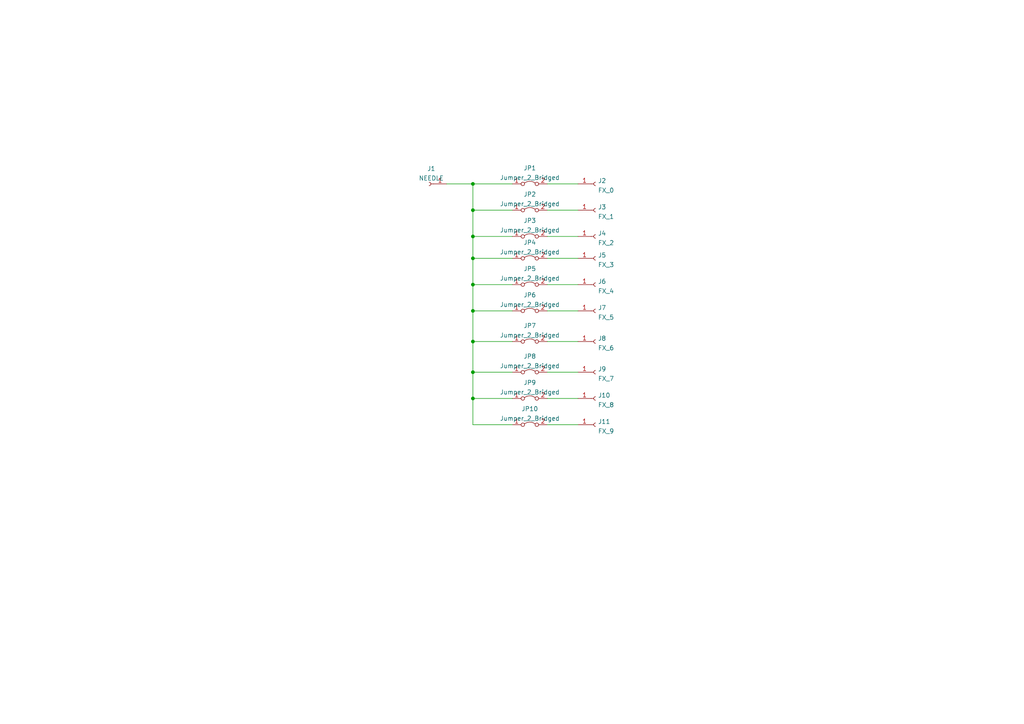
<source format=kicad_sch>
(kicad_sch (version 20211123) (generator eeschema)
  (paper "A4")
  (lib_symbols
    (symbol "Connector:Conn_01x01_Female" (pin_names (offset 1.016) hide)
      (property "Reference" "J" (at 0 2.54 0))
      (property "Value" "Conn_01x01_Female" (at 0 -2.54 0))
      (symbol "Conn_01x01_Female_1_1"
        (polyline (pts (xy -1.27 0) (xy -0.508 0)) (stroke (width 0.1524)))
        (arc (start 0 0.508) (mid -0.508 0) (end 0 -0.508) (stroke (width 0.1524)))
        (pin passive line (at -5.08 0 0) (length 3.81) (name "Pin_1") (number "1"))
      )
    )
    (symbol "Jumper:Jumper_2_Bridged" (pin_names (offset 0) hide)
      (property "Reference" "JP" (at 0 1.905 0))
      (property "Value" "Jumper_2_Bridged" (at 0 -2.54 0))
      (symbol "Jumper_2_Bridged_0_0"
        (circle (center -2.032 0) (radius 0.508))
        (circle (center 2.032 0) (radius 0.508))
      )
      (symbol "Jumper_2_Bridged_0_1"
        (arc (start 1.524 0.254) (mid 0 0.762) (end -1.524 0.254))
      )
      (symbol "Jumper_2_Bridged_1_1"
        (pin passive line (at -5.08 0 0) (length 2.54) (name "A") (number "1"))
        (pin passive line (at 5.08 0 180) (length 2.54) (name "B") (number "2"))
      )
    )
  )
  (junction (at 137.16 68.58))
  (junction (at 137.16 90.17))
  (junction (at 137.16 99.06))
  (junction (at 137.16 53.34))
  (junction (at 137.16 115.57))
  (junction (at 137.16 107.95))
  (junction (at 137.16 74.93))
  (junction (at 137.16 82.55))
  (junction (at 137.16 60.96))
  (wire (pts (xy 158.75 115.57) (xy 167.64 115.57)))
  (wire (pts (xy 137.16 74.93) (xy 148.59 74.93)))
  (wire (pts (xy 137.16 82.55) (xy 148.59 82.55)))
  (wire (pts (xy 148.59 53.34) (xy 137.16 53.34)))
  (wire (pts (xy 148.59 99.06) (xy 137.16 99.06)))
  (wire (pts (xy 137.16 82.55) (xy 137.16 90.17)))
  (wire (pts (xy 158.75 74.93) (xy 167.64 74.93)))
  (wire (pts (xy 158.75 99.06) (xy 167.64 99.06)))
  (wire (pts (xy 137.16 68.58) (xy 137.16 74.93)))
  (wire (pts (xy 158.75 123.19) (xy 167.64 123.19)))
  (wire (pts (xy 137.16 68.58) (xy 148.59 68.58)))
  (wire (pts (xy 137.16 60.96) (xy 148.59 60.96)))
  (wire (pts (xy 158.75 90.17) (xy 167.64 90.17)))
  (wire (pts (xy 137.16 115.57) (xy 137.16 123.19)))
  (wire (pts (xy 137.16 60.96) (xy 137.16 68.58)))
  (wire (pts (xy 158.75 68.58) (xy 167.64 68.58)))
  (wire (pts (xy 137.16 53.34) (xy 137.16 60.96)))
  (wire (pts (xy 129.54 53.34) (xy 137.16 53.34)))
  (wire (pts (xy 158.75 107.95) (xy 167.64 107.95)))
  (wire (pts (xy 137.16 99.06) (xy 137.16 107.95)))
  (wire (pts (xy 137.16 74.93) (xy 137.16 82.55)))
  (wire (pts (xy 137.16 123.19) (xy 148.59 123.19)))
  (wire (pts (xy 137.16 90.17) (xy 137.16 99.06)))
  (wire (pts (xy 137.16 115.57) (xy 148.59 115.57)))
  (wire (pts (xy 158.75 82.55) (xy 167.64 82.55)))
  (wire (pts (xy 158.75 60.96) (xy 167.64 60.96)))
  (wire (pts (xy 137.16 90.17) (xy 148.59 90.17)))
  (wire (pts (xy 158.75 53.34) (xy 167.64 53.34)))
  (wire (pts (xy 137.16 107.95) (xy 137.16 115.57)))
  (wire (pts (xy 137.16 107.95) (xy 148.59 107.95)))
  (symbol (lib_id "Jumper:Jumper_2_Bridged") (at 153.67 60.96 0) (unit 1)
    (property "Reference" "JP2" (at 153.67 56.3585 0))
    (property "Value" "Jumper_2_Bridged" (at 153.67 59.1336 0))
    (property "Footprint" "Jumper:SolderJumper-2_P1.3mm_Bridged_RoundedPad1.0x1.5mm" (effects hide))
  )
  (symbol (lib_id "Jumper:Jumper_2_Bridged") (at 153.67 68.58 0) (unit 1)
    (property "Reference" "JP3" (at 153.67 63.9785 0))
    (property "Value" "Jumper_2_Bridged" (at 153.67 66.7536 0))
    (property "Footprint" "Jumper:SolderJumper-2_P1.3mm_Bridged_RoundedPad1.0x1.5mm" (effects hide))
  )
  (symbol (lib_id "Connector:Conn_01x01_Female") (at 124.46 53.34 180) (unit 1)
    (property "Reference" "J1" (at 125.095 48.9163 0))
    (property "Value" "NEEDLE" (at 125.095 51.6914 0))
    (property "Footprint" "TestPoint:TestPoint_Pad_D4.0mm" (effects hide))
  )
  (symbol (lib_id "Jumper:Jumper_2_Bridged") (at 153.67 90.17 0) (unit 1)
    (property "Reference" "JP6" (at 153.67 85.5685 0))
    (property "Value" "Jumper_2_Bridged" (at 153.67 88.3436 0))
    (property "Footprint" "Jumper:SolderJumper-2_P1.3mm_Bridged_RoundedPad1.0x1.5mm" (effects hide))
  )
  (symbol (lib_id "Connector:Conn_01x01_Female") (at 172.72 115.57 0) (unit 1)
    (property "Reference" "J10" (at 173.4312 114.6615 0) (effects (justify left)))
    (property "Value" "FX_8" (at 173.4312 117.4366 0) (effects (justify left)))
    (property "Footprint" "TestPoint:TestPoint_Loop_D2.50mm_Drill1.0mm_LowProfile" (effects hide))
  )
  (symbol (lib_id "Jumper:Jumper_2_Bridged") (at 153.67 115.57 0) (unit 1)
    (property "Reference" "JP9" (at 153.67 110.9685 0))
    (property "Value" "Jumper_2_Bridged" (at 153.67 113.7436 0))
    (property "Footprint" "Jumper:SolderJumper-2_P1.3mm_Bridged_RoundedPad1.0x1.5mm" (effects hide))
  )
  (symbol (lib_id "Connector:Conn_01x01_Female") (at 172.72 107.95 0) (unit 1)
    (property "Reference" "J9" (at 173.4312 107.0415 0) (effects (justify left)))
    (property "Value" "FX_7" (at 173.4312 109.8166 0) (effects (justify left)))
    (property "Footprint" "TestPoint:TestPoint_Loop_D2.50mm_Drill1.0mm_LowProfile" (effects hide))
  )
  (symbol (lib_id "Connector:Conn_01x01_Female") (at 172.72 53.34 0) (unit 1)
    (property "Reference" "J2" (at 173.4312 52.4315 0) (effects (justify left)))
    (property "Value" "FX_0" (at 173.4312 55.2066 0) (effects (justify left)))
    (property "Footprint" "TestPoint:TestPoint_Loop_D2.50mm_Drill1.0mm_LowProfile" (effects hide))
  )
  (symbol (lib_id "Connector:Conn_01x01_Female") (at 172.72 123.19 0) (unit 1)
    (property "Reference" "J11" (at 173.4312 122.2815 0) (effects (justify left)))
    (property "Value" "FX_9" (at 173.4312 125.0566 0) (effects (justify left)))
    (property "Footprint" "TestPoint:TestPoint_Loop_D2.50mm_Drill1.0mm_LowProfile" (effects hide))
  )
  (symbol (lib_id "Connector:Conn_01x01_Female") (at 172.72 68.58 0) (unit 1)
    (property "Reference" "J4" (at 173.4312 67.6715 0) (effects (justify left)))
    (property "Value" "FX_2" (at 173.4312 70.4466 0) (effects (justify left)))
    (property "Footprint" "TestPoint:TestPoint_Loop_D2.50mm_Drill1.0mm_LowProfile" (effects hide))
  )
  (symbol (lib_id "Jumper:Jumper_2_Bridged") (at 153.67 74.93 0) (unit 1)
    (property "Reference" "JP4" (at 153.67 70.3285 0))
    (property "Value" "Jumper_2_Bridged" (at 153.67 73.1036 0))
    (property "Footprint" "Jumper:SolderJumper-2_P1.3mm_Bridged_RoundedPad1.0x1.5mm" (effects hide))
  )
  (symbol (lib_id "Connector:Conn_01x01_Female") (at 172.72 74.93 0) (unit 1)
    (property "Reference" "J5" (at 173.4312 74.0215 0) (effects (justify left)))
    (property "Value" "FX_3" (at 173.4312 76.7966 0) (effects (justify left)))
    (property "Footprint" "TestPoint:TestPoint_Loop_D2.50mm_Drill1.0mm_LowProfile" (effects hide))
  )
  (symbol (lib_id "Jumper:Jumper_2_Bridged") (at 153.67 82.55 0) (unit 1)
    (property "Reference" "JP5" (at 153.67 77.9485 0))
    (property "Value" "Jumper_2_Bridged" (at 153.67 80.7236 0))
    (property "Footprint" "Jumper:SolderJumper-2_P1.3mm_Bridged_RoundedPad1.0x1.5mm" (effects hide))
  )
  (symbol (lib_id "Jumper:Jumper_2_Bridged") (at 153.67 123.19 0) (unit 1)
    (property "Reference" "JP10" (at 153.67 118.5885 0))
    (property "Value" "Jumper_2_Bridged" (at 153.67 121.3636 0))
    (property "Footprint" "Jumper:SolderJumper-2_P1.3mm_Bridged_RoundedPad1.0x1.5mm" (effects hide))
  )
  (symbol (lib_id "Connector:Conn_01x01_Female") (at 172.72 90.17 0) (unit 1)
    (property "Reference" "J7" (at 173.4312 89.2615 0) (effects (justify left)))
    (property "Value" "FX_5" (at 173.4312 92.0366 0) (effects (justify left)))
    (property "Footprint" "TestPoint:TestPoint_Loop_D2.50mm_Drill1.0mm_LowProfile" (effects hide))
  )
  (symbol (lib_id "Jumper:Jumper_2_Bridged") (at 153.67 107.95 0) (unit 1)
    (property "Reference" "JP8" (at 153.67 103.3485 0))
    (property "Value" "Jumper_2_Bridged" (at 153.67 106.1236 0))
    (property "Footprint" "Jumper:SolderJumper-2_P1.3mm_Bridged_RoundedPad1.0x1.5mm" (effects hide))
  )
  (symbol (lib_id "Jumper:Jumper_2_Bridged") (at 153.67 53.34 0) (unit 1)
    (property "Reference" "JP1" (at 153.67 48.7385 0))
    (property "Value" "Jumper_2_Bridged" (at 153.67 51.5136 0))
    (property "Footprint" "Jumper:SolderJumper-2_P1.3mm_Bridged_RoundedPad1.0x1.5mm" (effects hide))
  )
  (symbol (lib_id "Connector:Conn_01x01_Female") (at 172.72 99.06 0) (unit 1)
    (property "Reference" "J8" (at 173.4312 98.1515 0) (effects (justify left)))
    (property "Value" "FX_6" (at 173.4312 100.9266 0) (effects (justify left)))
    (property "Footprint" "TestPoint:TestPoint_Loop_D2.50mm_Drill1.0mm_LowProfile" (effects hide))
  )
  (symbol (lib_id "Connector:Conn_01x01_Female") (at 172.72 82.55 0) (unit 1)
    (property "Reference" "J6" (at 173.4312 81.6415 0) (effects (justify left)))
    (property "Value" "FX_4" (at 173.4312 84.4166 0) (effects (justify left)))
    (property "Footprint" "TestPoint:TestPoint_Loop_D2.50mm_Drill1.0mm_LowProfile" (effects hide))
  )
  (symbol (lib_id "Connector:Conn_01x01_Female") (at 172.72 60.96 0) (unit 1)
    (property "Reference" "J3" (at 173.4312 60.0515 0) (effects (justify left)))
    (property "Value" "FX_1" (at 173.4312 62.8266 0) (effects (justify left)))
    (property "Footprint" "TestPoint:TestPoint_Loop_D2.50mm_Drill1.0mm_LowProfile" (effects hide))
  )
  (symbol (lib_id "Jumper:Jumper_2_Bridged") (at 153.67 99.06 0) (unit 1)
    (property "Reference" "JP7" (at 153.67 94.4585 0))
    (property "Value" "Jumper_2_Bridged" (at 153.67 97.2336 0))
    (property "Footprint" "Jumper:SolderJumper-2_P1.3mm_Bridged_RoundedPad1.0x1.5mm" (effects hide))
  )
)
</source>
